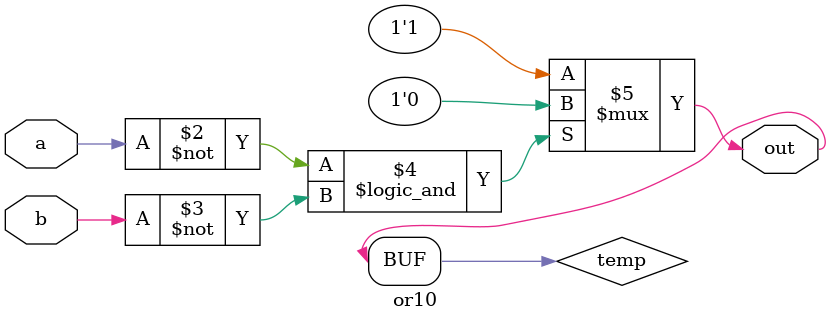
<source format=v>
module or10 (
  input a,
  input b,
  output out
);

    reg temp;
    always @(*) begin
        temp = (a == 1'b0 && b == 1'b0) ? 1'b0 : 1'b1; // Check both bits are low
    end

    assign out = temp;
endmodule

</source>
